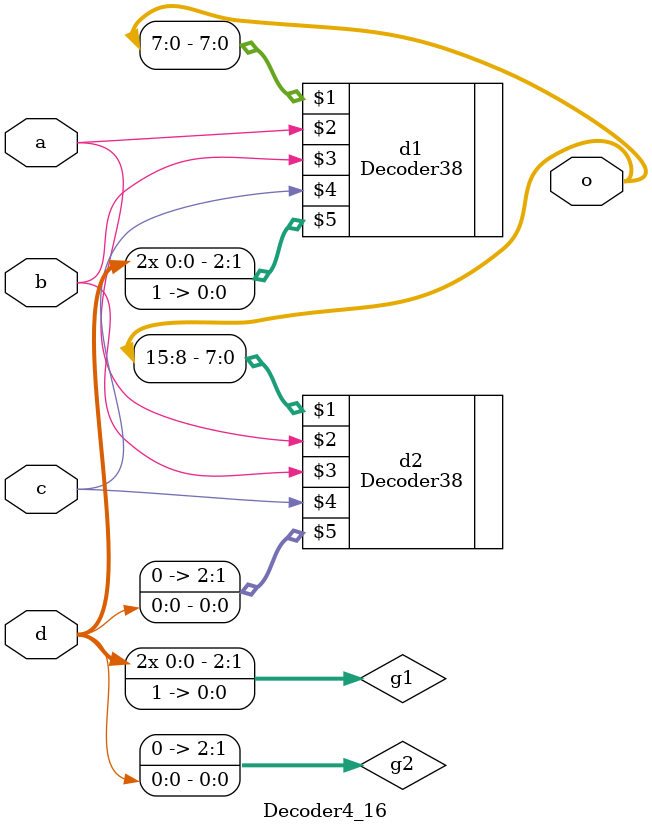
<source format=v>
module Decoder4_16(output[15:0] o, input a, input b, input c, input d);
    wire[2:0] g1, g2;
    assign g1[0] = 1; assign g1[1] = d; assign g1[2] = d;
    assign g2[0] = d; assign g2[1] = 0; assign g2[2] = 0;
    Decoder38 d1(o[7:0], a, b, c, g1), d2(o[15:8], a, b, c, g2);
endmodule

</source>
